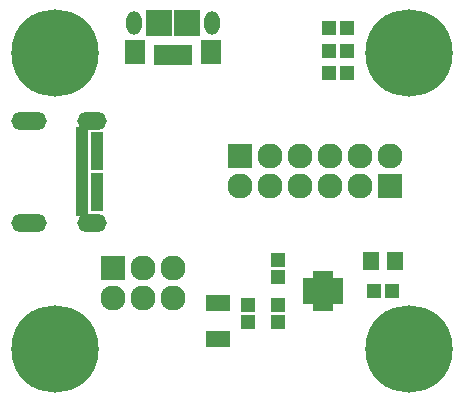
<source format=gts>
G04 #@! TF.FileFunction,Soldermask,Top*
%FSLAX46Y46*%
G04 Gerber Fmt 4.6, Leading zero omitted, Abs format (unit mm)*
G04 Created by KiCad (PCBNEW 4.0.6) date 03/18/17 14:34:34*
%MOMM*%
%LPD*%
G01*
G04 APERTURE LIST*
%ADD10C,0.254000*%
%ADD11R,0.800000X1.750000*%
%ADD12R,2.300000X2.300000*%
%ADD13R,1.800000X2.000000*%
%ADD14O,1.300000X2.000000*%
%ADD15R,2.127200X2.127200*%
%ADD16O,2.127200X2.127200*%
%ADD17R,2.000000X1.400000*%
%ADD18R,1.150000X1.200000*%
%ADD19R,1.400000X1.650000*%
%ADD20R,1.200000X1.150000*%
%ADD21R,0.700000X0.980000*%
%ADD22R,0.980000X0.700000*%
%ADD23R,1.850000X1.850000*%
%ADD24C,7.400000*%
%ADD25C,1.000000*%
%ADD26R,1.100000X0.700000*%
%ADD27R,1.100000X1.400000*%
%ADD28O,2.500000X1.500000*%
%ADD29O,3.000000X1.500000*%
G04 APERTURE END LIST*
D10*
D11*
X15270000Y28875000D03*
X14620000Y28875000D03*
X13970000Y28875000D03*
X13320000Y28875000D03*
X12670000Y28875000D03*
D12*
X15170000Y31550000D03*
X12770000Y31550000D03*
D13*
X17170000Y29100000D03*
X10770000Y29100000D03*
D14*
X17270000Y31550000D03*
X10670000Y31550000D03*
D15*
X32385000Y17780000D03*
D16*
X32385000Y20320000D03*
X29845000Y17780000D03*
X29845000Y20320000D03*
X27305000Y17780000D03*
X27305000Y20320000D03*
D17*
X17780000Y7850000D03*
X17780000Y4850000D03*
D18*
X20320000Y7735000D03*
X20320000Y6235000D03*
D19*
X30750000Y11430000D03*
X32750000Y11430000D03*
D20*
X31000000Y8890000D03*
X32500000Y8890000D03*
D18*
X22860000Y7735000D03*
X22860000Y6235000D03*
X22860000Y10045000D03*
X22860000Y11545000D03*
D20*
X28690000Y31115000D03*
X27190000Y31115000D03*
X28690000Y29210000D03*
X27190000Y29210000D03*
X28690000Y27305000D03*
X27190000Y27305000D03*
D15*
X8890000Y10795000D03*
D16*
X8890000Y8255000D03*
X11430000Y10795000D03*
X11430000Y8255000D03*
X13970000Y10795000D03*
X13970000Y8255000D03*
D15*
X19685000Y20320000D03*
D16*
X19685000Y17780000D03*
X22225000Y20320000D03*
X22225000Y17780000D03*
X24765000Y20320000D03*
X24765000Y17780000D03*
D21*
X26170000Y7675000D03*
X26670000Y7675000D03*
X27170000Y7675000D03*
D22*
X27885000Y8640000D03*
X27885000Y9140000D03*
X27885000Y9640000D03*
D21*
X27170000Y10105000D03*
X26670000Y10105000D03*
X26170000Y10105000D03*
D22*
X25455000Y9640000D03*
X25455000Y8640000D03*
X25455000Y8140000D03*
X25455000Y9140000D03*
X27885000Y8140000D03*
D23*
X26670000Y8890000D03*
D24*
X4000000Y4000000D03*
D25*
X6625000Y4000000D03*
X5856155Y2143845D03*
X4000000Y1375000D03*
X2143845Y2143845D03*
X1375000Y4000000D03*
X2143845Y5856155D03*
X4000000Y6625000D03*
X5856155Y5856155D03*
D24*
X4000000Y29000000D03*
D25*
X6625000Y29000000D03*
X5856155Y27143845D03*
X4000000Y26375000D03*
X2143845Y27143845D03*
X1375000Y29000000D03*
X2143845Y30856155D03*
X4000000Y31625000D03*
X5856155Y30856155D03*
D24*
X34000000Y29000000D03*
D25*
X36625000Y29000000D03*
X35856155Y27143845D03*
X34000000Y26375000D03*
X32143845Y27143845D03*
X31375000Y29000000D03*
X32143845Y30856155D03*
X34000000Y31625000D03*
X35856155Y30856155D03*
D24*
X34000000Y4000000D03*
D25*
X36625000Y4000000D03*
X35856155Y2143845D03*
X34000000Y1375000D03*
X32143845Y2143845D03*
X31375000Y4000000D03*
X32143845Y5856155D03*
X34000000Y6625000D03*
X35856155Y5856155D03*
D26*
X7540000Y22000000D03*
X7540000Y21500000D03*
X7540000Y21000000D03*
X7540000Y20500000D03*
X7540000Y20000000D03*
X7540000Y19500000D03*
X7540000Y18500000D03*
X7540000Y18000000D03*
X7540000Y17500000D03*
X7540000Y17000000D03*
X7540000Y16500000D03*
X7540000Y16000000D03*
D27*
X6240000Y15900000D03*
D26*
X6240000Y16750000D03*
X6240000Y17250000D03*
X6240000Y17750000D03*
X6240000Y18250000D03*
X6240000Y18750000D03*
X6240000Y19250000D03*
X6240000Y19750000D03*
X6240000Y20250000D03*
X6240000Y20750000D03*
X6240000Y21250000D03*
D27*
X6240000Y22100000D03*
D28*
X7130000Y23320000D03*
X7130000Y14680000D03*
D29*
X1770000Y23320000D03*
X1770000Y14680000D03*
M02*

</source>
